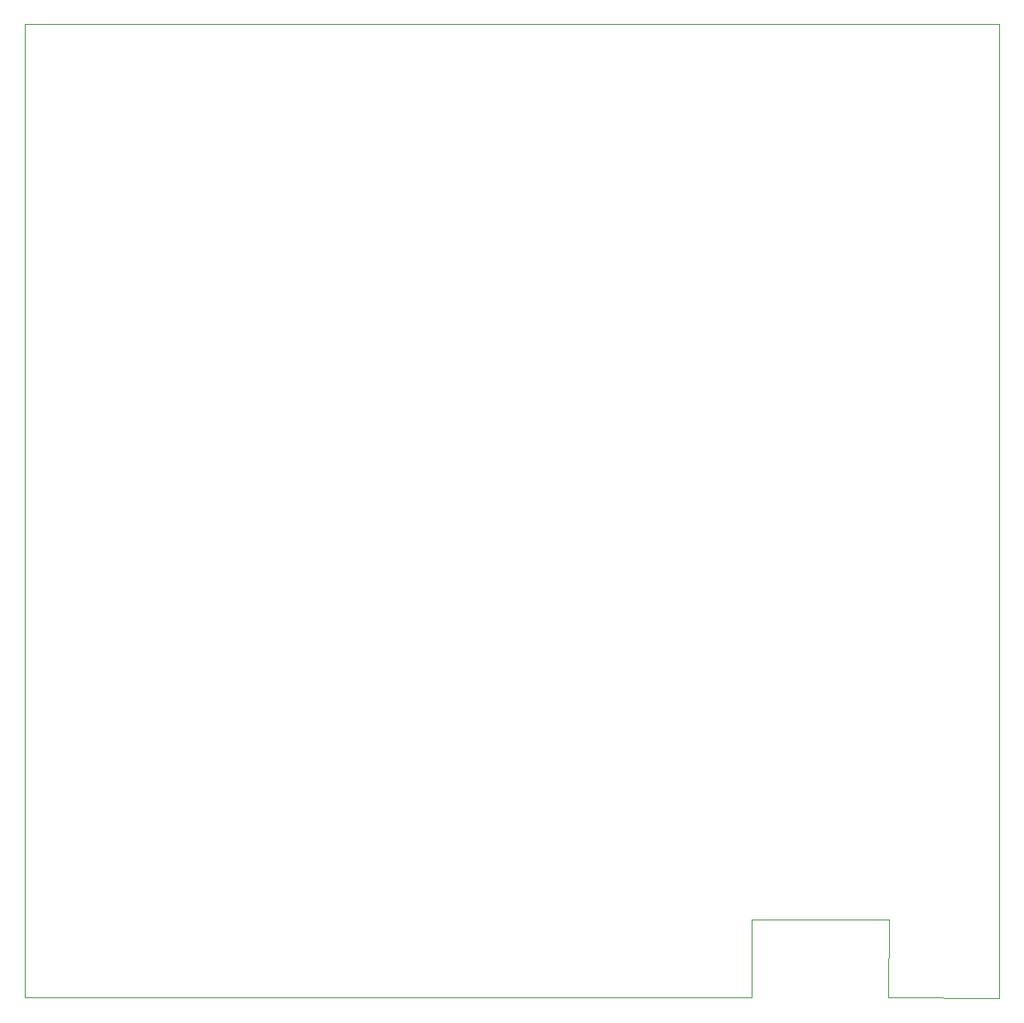
<source format=gbr>
%TF.GenerationSoftware,KiCad,Pcbnew,9.0.2*%
%TF.CreationDate,2025-10-25T15:21:40+02:00*%
%TF.ProjectId,VT100,50695a65-726f-45f5-9654-3130302e6b69,rev?*%
%TF.SameCoordinates,PX5e9ac00PYa0ca1c0*%
%TF.FileFunction,Profile,NP*%
%FSLAX46Y46*%
G04 Gerber Fmt 4.6, Leading zero omitted, Abs format (unit mm)*
G04 Created by KiCad (PCBNEW 9.0.2) date 2025-10-25 15:21:40*
%MOMM*%
%LPD*%
G01*
G04 APERTURE LIST*
%TA.AperFunction,Profile*%
%ADD10C,0.050000*%
%TD*%
G04 APERTURE END LIST*
D10*
X99650000Y50848D02*
X88298724Y147045D01*
X88348743Y8100000D01*
X74300000Y8100000D01*
X74300920Y150000D01*
X0Y150000D01*
X-49800Y99700000D01*
X99650000Y99700000D01*
X99650000Y50848D01*
M02*

</source>
